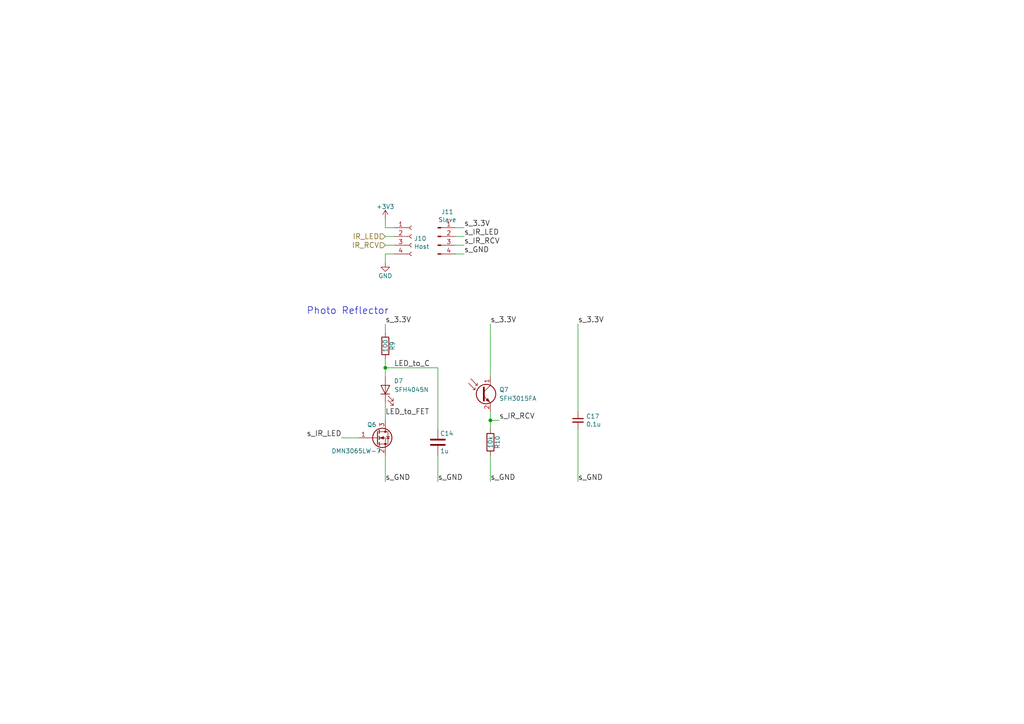
<source format=kicad_sch>
(kicad_sch (version 20230121) (generator eeschema)
  (paper "A4")
  (lib_symbols
    (symbol "KERISE-rescue:+3.3V-power-KERISE-rescue-KERISE-rescue" (power) (pin_names (offset 0))
      (property "Value" "+3.3V-power-KERISE-rescue-KERISE-rescue" (at 0 3.556 0))
      (symbol "+3.3V-power-KERISE-rescue-KERISE-rescue_0_1"
        (polyline (pts (xy -0.762 1.27) (xy 0 2.54)))
        (polyline (pts (xy 0 0) (xy 0 2.54)))
        (polyline (pts (xy 0 2.54) (xy 0.762 1.27)))
      )
      (symbol "+3.3V-power-KERISE-rescue-KERISE-rescue_1_1"
        (pin power_in line (at 0 0 90) (length 0) hide (name "+3V3") (number "1"))
      )
    )
    (symbol "KERISE-rescue:C-Device-KERISE-rescue-KERISE-rescue" (pin_numbers hide) (pin_names (offset 0.254))
      (property "Reference" "C" (at 0.635 2.54 0))
      (property "Value" "C-Device-KERISE-rescue-KERISE-rescue" (at 0.635 -2.54 0))
      (symbol "C-Device-KERISE-rescue-KERISE-rescue_0_1"
        (polyline (pts (xy -2.032 -0.762) (xy 2.032 -0.762)) (stroke (width 0.508)))
        (polyline (pts (xy -2.032 0.762) (xy 2.032 0.762)) (stroke (width 0.508)))
      )
      (symbol "C-Device-KERISE-rescue-KERISE-rescue_1_1"
        (pin passive line (at 0 3.81 270) (length 2.794) (name "~") (number "1"))
        (pin passive line (at 0 -3.81 90) (length 2.794) (name "~") (number "2"))
      )
    )
    (symbol "KERISE-rescue:C_Small-Device-KERISE-rescue-KERISE-rescue" (pin_numbers hide) (pin_names (offset 0.254) hide)
      (property "Reference" "C" (at 0.254 1.778 0))
      (property "Value" "C_Small-Device-KERISE-rescue-KERISE-rescue" (at 0.254 -2.032 0))
      (symbol "C_Small-Device-KERISE-rescue-KERISE-rescue_0_1"
        (polyline (pts (xy -1.524 -0.508) (xy 1.524 -0.508)) (stroke (width 0.3302)))
        (polyline (pts (xy -1.524 0.508) (xy 1.524 0.508)) (stroke (width 0.3048)))
      )
      (symbol "C_Small-Device-KERISE-rescue-KERISE-rescue_1_1"
        (pin passive line (at 0 2.54 270) (length 2.032) (name "~") (number "1"))
        (pin passive line (at 0 -2.54 90) (length 2.032) (name "~") (number "2"))
      )
    )
    (symbol "KERISE-rescue:Conn_01x04_Female-Connector-KERISE-rescue-KERISE-rescue" (pin_names (offset 1.016) hide)
      (property "Reference" "J" (at 0 5.08 0))
      (property "Value" "Conn_01x04_Female-Connector-KERISE-rescue-KERISE-rescue" (at 0 -7.62 0))
      (symbol "Conn_01x04_Female-Connector-KERISE-rescue-KERISE-rescue_1_1"
        (arc (start 0 -4.572) (mid -0.5058 -5.08) (end 0 -5.588) (stroke (width 0.1524)))
        (arc (start 0 -2.032) (mid -0.5058 -2.54) (end 0 -3.048) (stroke (width 0.1524)))
        (polyline (pts (xy -1.27 -5.08) (xy -0.508 -5.08)) (stroke (width 0.1524)))
        (polyline (pts (xy -1.27 -2.54) (xy -0.508 -2.54)) (stroke (width 0.1524)))
        (polyline (pts (xy -1.27 0) (xy -0.508 0)) (stroke (width 0.1524)))
        (polyline (pts (xy -1.27 2.54) (xy -0.508 2.54)) (stroke (width 0.1524)))
        (arc (start 0 0.508) (mid -0.5058 0) (end 0 -0.508) (stroke (width 0.1524)))
        (arc (start 0 3.048) (mid -0.5058 2.54) (end 0 2.032) (stroke (width 0.1524)))
        (pin passive line (at -5.08 2.54 0) (length 3.81) (name "Pin_1") (number "1"))
        (pin passive line (at -5.08 0 0) (length 3.81) (name "Pin_2") (number "2"))
        (pin passive line (at -5.08 -2.54 0) (length 3.81) (name "Pin_3") (number "3"))
        (pin passive line (at -5.08 -5.08 0) (length 3.81) (name "Pin_4") (number "4"))
      )
    )
    (symbol "KERISE-rescue:Conn_01x04_Male-Connector-KERISE-rescue-KERISE-rescue" (pin_names (offset 1.016) hide)
      (property "Reference" "J" (at 0 5.08 0))
      (property "Value" "Conn_01x04_Male-Connector-KERISE-rescue-KERISE-rescue" (at 0 -7.62 0))
      (symbol "Conn_01x04_Male-Connector-KERISE-rescue-KERISE-rescue_1_1"
        (polyline (pts (xy 1.27 -5.08) (xy 0.8636 -5.08)) (stroke (width 0.1524)))
        (polyline (pts (xy 1.27 -2.54) (xy 0.8636 -2.54)) (stroke (width 0.1524)))
        (polyline (pts (xy 1.27 0) (xy 0.8636 0)) (stroke (width 0.1524)))
        (polyline (pts (xy 1.27 2.54) (xy 0.8636 2.54)) (stroke (width 0.1524)))
        (rectangle (start 0.8636 -4.953) (end 0 -5.207) (stroke (width 0.1524)) (fill (type outline)))
        (rectangle (start 0.8636 -2.413) (end 0 -2.667) (stroke (width 0.1524)) (fill (type outline)))
        (rectangle (start 0.8636 0.127) (end 0 -0.127) (stroke (width 0.1524)) (fill (type outline)))
        (rectangle (start 0.8636 2.667) (end 0 2.413) (stroke (width 0.1524)) (fill (type outline)))
        (pin passive line (at 5.08 2.54 180) (length 3.81) (name "Pin_1") (number "1"))
        (pin passive line (at 5.08 0 180) (length 3.81) (name "Pin_2") (number "2"))
        (pin passive line (at 5.08 -2.54 180) (length 3.81) (name "Pin_3") (number "3"))
        (pin passive line (at 5.08 -5.08 180) (length 3.81) (name "Pin_4") (number "4"))
      )
    )
    (symbol "KERISE-rescue:GND-power-KERISE-rescue-KERISE-rescue" (power) (pin_names (offset 0))
      (property "Value" "GND-power-KERISE-rescue-KERISE-rescue" (at 0 -3.81 0))
      (symbol "GND-power-KERISE-rescue-KERISE-rescue_0_1"
        (polyline (pts (xy 0 0) (xy 0 -1.27) (xy 1.27 -1.27) (xy 0 -2.54) (xy -1.27 -1.27) (xy 0 -1.27)))
      )
      (symbol "GND-power-KERISE-rescue-KERISE-rescue_1_1"
        (pin power_in line (at 0 0 270) (length 0) hide (name "GND") (number "1"))
      )
    )
    (symbol "KERISE-rescue:LED-Device-KERISE-rescue-KERISE-rescue" (pin_numbers hide) (pin_names (offset 1.016) hide)
      (property "Reference" "D" (at 0 2.54 0))
      (property "Value" "LED-Device-KERISE-rescue-KERISE-rescue" (at 0 -2.54 0))
      (symbol "LED-Device-KERISE-rescue-KERISE-rescue_0_1"
        (polyline (pts (xy -1.27 -1.27) (xy -1.27 1.27)) (stroke (width 0.2032)))
        (polyline (pts (xy -1.27 0) (xy 1.27 0)))
        (polyline (pts (xy 1.27 -1.27) (xy 1.27 1.27) (xy -1.27 0) (xy 1.27 -1.27)) (stroke (width 0.2032)))
        (polyline (pts (xy -3.048 -0.762) (xy -4.572 -2.286) (xy -3.81 -2.286) (xy -4.572 -2.286) (xy -4.572 -1.524)))
        (polyline (pts (xy -1.778 -0.762) (xy -3.302 -2.286) (xy -2.54 -2.286) (xy -3.302 -2.286) (xy -3.302 -1.524)))
      )
      (symbol "LED-Device-KERISE-rescue-KERISE-rescue_1_1"
        (pin passive line (at -3.81 0 0) (length 2.54) (name "K") (number "1"))
        (pin passive line (at 3.81 0 180) (length 2.54) (name "A") (number "2"))
      )
    )
    (symbol "KERISE-rescue:Q_NMOS_GSD-Device-KERISE-rescue-KERISE-rescue" (pin_names (offset 0) hide)
      (property "Reference" "Q" (at 5.08 1.27 0))
      (property "Value" "Q_NMOS_GSD-Device-KERISE-rescue-KERISE-rescue" (at 5.08 -1.27 0))
      (symbol "Q_NMOS_GSD-Device-KERISE-rescue-KERISE-rescue_0_1"
        (polyline (pts (xy 0.254 0) (xy -2.54 0)))
        (polyline (pts (xy 0.254 1.905) (xy 0.254 -1.905)) (stroke (width 0.254)))
        (polyline (pts (xy 0.762 -1.27) (xy 0.762 -2.286)) (stroke (width 0.254)))
        (polyline (pts (xy 0.762 0.508) (xy 0.762 -0.508)) (stroke (width 0.254)))
        (polyline (pts (xy 0.762 2.286) (xy 0.762 1.27)) (stroke (width 0.254)))
        (polyline (pts (xy 2.54 2.54) (xy 2.54 1.778)))
        (polyline (pts (xy 2.54 -2.54) (xy 2.54 0) (xy 0.762 0)))
        (polyline (pts (xy 0.762 -1.778) (xy 3.302 -1.778) (xy 3.302 1.778) (xy 0.762 1.778)))
        (polyline (pts (xy 1.016 0) (xy 2.032 0.381) (xy 2.032 -0.381) (xy 1.016 0)) (fill (type outline)))
        (polyline (pts (xy 2.794 0.508) (xy 2.921 0.381) (xy 3.683 0.381) (xy 3.81 0.254)))
        (polyline (pts (xy 3.302 0.381) (xy 2.921 -0.254) (xy 3.683 -0.254) (xy 3.302 0.381)))
        (circle (center 1.651 0) (radius 2.794) (stroke (width 0.254)))
        (circle (center 2.54 -1.778) (radius 0.254) (fill (type outline)))
        (circle (center 2.54 1.778) (radius 0.254) (fill (type outline)))
      )
      (symbol "Q_NMOS_GSD-Device-KERISE-rescue-KERISE-rescue_1_1"
        (pin input line (at -5.08 0 0) (length 2.54) (name "G") (number "1"))
        (pin passive line (at 2.54 -5.08 90) (length 2.54) (name "S") (number "2"))
        (pin passive line (at 2.54 5.08 270) (length 2.54) (name "D") (number "3"))
      )
    )
    (symbol "KERISE-rescue:Q_Photo_NPN-Device-KERISE-rescue-KERISE-rescue" (pin_names (offset 0) hide)
      (property "Reference" "Q" (at 5.08 1.27 0))
      (property "Value" "Q_Photo_NPN-Device-KERISE-rescue-KERISE-rescue" (at 5.08 -1.27 0))
      (symbol "Q_Photo_NPN-Device-KERISE-rescue-KERISE-rescue_0_1"
        (polyline (pts (xy -1.905 1.27) (xy -2.54 1.27)))
        (polyline (pts (xy -1.27 2.54) (xy -1.905 2.54)))
        (polyline (pts (xy 0.635 0.635) (xy 2.54 2.54)))
        (polyline (pts (xy -3.81 3.175) (xy -1.905 1.27) (xy -1.905 1.905)))
        (polyline (pts (xy -3.175 4.445) (xy -1.27 2.54) (xy -1.27 3.175)))
        (polyline (pts (xy 0.635 -0.635) (xy 2.54 -2.54) (xy 2.54 -2.54)))
        (polyline (pts (xy 0.635 1.905) (xy 0.635 -1.905) (xy 0.635 -1.905)) (stroke (width 0.508)))
        (polyline (pts (xy 1.27 -1.778) (xy 1.778 -1.27) (xy 2.286 -2.286) (xy 1.27 -1.778) (xy 1.27 -1.778)) (fill (type outline)))
        (circle (center 1.27 0) (radius 2.8194) (stroke (width 0.254)))
      )
      (symbol "Q_Photo_NPN-Device-KERISE-rescue-KERISE-rescue_1_1"
        (pin passive line (at 2.54 5.08 270) (length 2.54) (name "C") (number "1"))
        (pin passive line (at 2.54 -5.08 90) (length 2.54) (name "E") (number "2"))
      )
    )
    (symbol "KERISE-rescue:R-Device-KERISE-rescue-KERISE-rescue" (pin_numbers hide) (pin_names (offset 0))
      (property "Reference" "R" (at 2.032 0 90))
      (property "Value" "R-Device-KERISE-rescue-KERISE-rescue" (at 0 0 90))
      (symbol "R-Device-KERISE-rescue-KERISE-rescue_0_1"
        (rectangle (start -1.016 -2.54) (end 1.016 2.54) (stroke (width 0.254)))
      )
      (symbol "R-Device-KERISE-rescue-KERISE-rescue_1_1"
        (pin passive line (at 0 3.81 270) (length 1.27) (name "~") (number "1"))
        (pin passive line (at 0 -3.81 90) (length 1.27) (name "~") (number "2"))
      )
    )
  )
  (junction (at 111.76 106.68))
  (junction (at 142.24 121.92))
  (wire (pts (xy 111.76 106.68) (xy 111.76 104.14)))
  (wire (pts (xy 142.24 93.98) (xy 142.24 109.22)))
  (wire (pts (xy 132.08 68.58) (xy 134.62 68.58)))
  (wire (pts (xy 111.76 106.68) (xy 127 106.68)))
  (wire (pts (xy 111.76 63.5) (xy 111.76 66.04)))
  (wire (pts (xy 111.76 132.08) (xy 111.76 139.7)))
  (wire (pts (xy 142.24 124.46) (xy 142.24 121.92)))
  (wire (pts (xy 142.24 132.08) (xy 142.24 139.7)))
  (wire (pts (xy 167.64 139.7) (xy 167.64 124.46)))
  (wire (pts (xy 111.76 73.66) (xy 111.76 76.2)))
  (wire (pts (xy 134.62 66.04) (xy 132.08 66.04)))
  (wire (pts (xy 114.3 68.58) (xy 111.76 68.58)))
  (wire (pts (xy 111.76 96.52) (xy 111.76 93.98)))
  (wire (pts (xy 111.76 66.04) (xy 114.3 66.04)))
  (wire (pts (xy 127 139.7) (xy 127 132.08)))
  (wire (pts (xy 134.62 71.12) (xy 132.08 71.12)))
  (wire (pts (xy 114.3 71.12) (xy 111.76 71.12)))
  (wire (pts (xy 114.3 73.66) (xy 111.76 73.66)))
  (wire (pts (xy 144.78 121.92) (xy 142.24 121.92)))
  (wire (pts (xy 111.76 109.22) (xy 111.76 106.68)))
  (wire (pts (xy 127 106.68) (xy 127 124.46)))
  (wire (pts (xy 142.24 121.92) (xy 142.24 119.38)))
  (wire (pts (xy 134.62 73.66) (xy 132.08 73.66)))
  (wire (pts (xy 167.64 93.98) (xy 167.64 119.38)))
  (wire (pts (xy 99.06 127) (xy 104.14 127)))
  (wire (pts (xy 111.76 121.92) (xy 111.76 116.84)))
  (text "Photo Reflector" (at 88.9 91.44 0) (effects (font (size 2.0066 2.0066)) (justify left bottom)))
  (label "s_GND" (at 134.62 73.66 0) (effects (font (size 1.524 1.524))))
  (label "s_GND" (at 127 139.7 0) (effects (font (size 1.524 1.524))))
  (label "s_3.3V" (at 134.62 66.04 0) (effects (font (size 1.524 1.524))))
  (label "s_3.3V" (at 167.64 93.98 0) (effects (font (size 1.524 1.524))))
  (label "LED_to_C" (at 114.3 106.68 0) (effects (font (size 1.524 1.524))))
  (label "s_IR_RCV" (at 144.78 121.92 0) (effects (font (size 1.524 1.524))))
  (label "s_GND" (at 111.76 139.7 0) (effects (font (size 1.524 1.524))))
  (label "s_IR_LED" (at 134.62 68.58 0) (effects (font (size 1.524 1.524))))
  (label "s_IR_RCV" (at 134.62 71.12 0) (effects (font (size 1.524 1.524))))
  (label "s_IR_LED" (at 99.06 127 180) (effects (font (size 1.524 1.524))))
  (label "s_3.3V" (at 142.24 93.98 0) (effects (font (size 1.524 1.524))))
  (label "s_GND" (at 167.64 139.7 0) (effects (font (size 1.524 1.524))))
  (label "s_3.3V" (at 111.76 93.98 0) (effects (font (size 1.524 1.524))))
  (label "LED_to_FET" (at 111.76 120.65 0) (effects (font (size 1.524 1.524))))
  (label "s_GND" (at 142.24 139.7 0) (effects (font (size 1.524 1.524))))
  (hierarchical_label "IR_LED" (shape input) (at 111.76 68.58 180) (effects (font (size 1.524 1.524))))
  (hierarchical_label "IR_RCV" (shape input) (at 111.76 71.12 180) (effects (font (size 1.524 1.524))))
  (symbol (lib_id "KERISE-rescue:Q_NMOS_GSD-Device-KERISE-rescue-KERISE-rescue") (at 109.22 127 0) (unit 1)
    (property "Reference" "Q6" (at 109.22 123.19 0) (effects (justify right)))
    (property "Value" "DMN3065LW-7" (at 110.49 130.81 0) (effects (justify right)))
    (property "Footprint" "mouse:SOT-323_SC-70" (effects hide))
    (instances (project "KERISE" (path "" (reference "Q6") (unit 1)) (path "" (reference "Q2") (unit 1)) (path "" (reference "Q8") (unit 1)) (path "" (reference "Q?") (unit 1)) (path "" (reference "Q4") (unit 1))))
  )
  (symbol (lib_id "KERISE-rescue:R-Device-KERISE-rescue-KERISE-rescue") (at 111.76 100.33 0) (unit 1)
    (property "Reference" "R9" (at 113.792 100.33 90))
    (property "Value" "100" (at 111.76 100.33 90))
    (property "Footprint" "Resistor_SMD:R_0603_1608Metric" (effects hide))
    (instances (project "KERISE" (path "" (reference "R9") (unit 1)) (path "" (reference "R5") (unit 1)) (path "" (reference "R11") (unit 1)) (path "" (reference "R?") (unit 1)) (path "" (reference "R7") (unit 1))))
  )
  (symbol (lib_id "KERISE-rescue:R-Device-KERISE-rescue-KERISE-rescue") (at 142.24 128.27 0) (unit 1)
    (property "Reference" "R10" (at 144.272 128.27 90))
    (property "Value" "10k" (at 142.24 128.27 90))
    (property "Footprint" "Resistor_SMD:R_0201_0603Metric" (effects hide))
    (instances (project "KERISE" (path "" (reference "R10") (unit 1)) (path "" (reference "R6") (unit 1)) (path "" (reference "R12") (unit 1)) (path "" (reference "R?") (unit 1)) (path "" (reference "R8") (unit 1))))
  )
  (symbol (lib_id "KERISE-rescue:GND-power-KERISE-rescue-KERISE-rescue") (at 111.76 76.2 0) (unit 1)
    (property "Reference" "#PWR034" (effects hide))
    (property "Value" "GND" (at 111.76 80.01 0))
    (instances (project "KERISE" (path "" (reference "#PWR034") (unit 1)) (path "" (reference "#PWR025") (unit 1)) (path "" (reference "#PWR036") (unit 1)) (path "" (reference "#PWR?") (unit 1)) (path "" (reference "#PWR027") (unit 1))))
  )
  (symbol (lib_id "KERISE-rescue:LED-Device-KERISE-rescue-KERISE-rescue") (at 111.76 113.03 90) (unit 1)
    (property "Reference" "D7" (at 115.57 110.49 90))
    (property "Value" "SFH4045N" (at 119.38 113.03 90))
    (property "Footprint" "mouse:SFH4045N_L" (effects hide))
    (instances (project "KERISE" (path "" (reference "D7") (unit 1)) (path "" (reference "D5") (unit 1)) (path "" (reference "D8") (unit 1)) (path "" (reference "D?") (unit 1)) (path "" (reference "D6") (unit 1))))
  )
  (symbol (lib_id "KERISE-rescue:+3.3V-power-KERISE-rescue-KERISE-rescue") (at 111.76 63.5 0) (unit 1)
    (property "Reference" "#PWR033" (effects hide))
    (property "Value" "+3.3V" (at 111.76 59.944 0))
    (instances (project "KERISE" (path "" (reference "#PWR033") (unit 1)) (path "" (reference "#PWR024") (unit 1)) (path "" (reference "#PWR035") (unit 1)) (path "" (reference "#PWR?") (unit 1)) (path "" (reference "#PWR026") (unit 1))))
  )
  (symbol (lib_id "KERISE-rescue:C-Device-KERISE-rescue-KERISE-rescue") (at 127 128.27 0) (unit 1)
    (property "Reference" "C14" (at 127.635 125.73 0) (effects (justify left)))
    (property "Value" "1u" (at 127.635 130.81 0) (effects (justify left)))
    (property "Footprint" "Capacitor_SMD:C_0402_1005Metric" (effects hide))
    (instances (project "KERISE" (path "" (reference "C14") (unit 1)) (path "" (reference "C8") (unit 1)) (path "" (reference "C16") (unit 1)) (path "" (reference "C?") (unit 1)) (path "" (reference "C10") (unit 1))))
  )
  (symbol (lib_id "KERISE-rescue:Q_Photo_NPN-Device-KERISE-rescue-KERISE-rescue") (at 139.7 114.3 0) (unit 1)
    (property "Reference" "Q7" (at 144.78 113.03 0) (effects (justify left)))
    (property "Value" "SFH3015FA" (at 144.78 115.57 0) (effects (justify left)))
    (property "Footprint" "mouse:SFH3015FA_L" (effects hide))
    (instances (project "KERISE" (path "" (reference "Q7") (unit 1)) (path "" (reference "Q3") (unit 1)) (path "" (reference "Q9") (unit 1)) (path "" (reference "Q?") (unit 1)) (path "" (reference "Q5") (unit 1))))
  )
  (symbol (lib_id "KERISE-rescue:C_Small-Device-KERISE-rescue-KERISE-rescue") (at 167.64 121.92 0) (unit 1)
    (property "Reference" "C17" (at 169.9768 120.7516 0) (effects (justify left)))
    (property "Value" "0.1u" (at 169.9768 123.063 0) (effects (justify left)))
    (property "Footprint" "Capacitor_SMD:C_0201_0603Metric" (effects hide))
    (instances (project "KERISE" (path "" (reference "C17") (unit 1)) (path "" (reference "C9") (unit 1)) (path "" (reference "C15") (unit 1)) (path "" (reference "C?") (unit 1)) (path "" (reference "C11") (unit 1))))
  )
  (symbol (lib_id "KERISE-rescue:Conn_01x04_Female-Connector-KERISE-rescue-KERISE-rescue") (at 119.38 68.58 0) (unit 1)
    (property "Reference" "J10" (at 120.0912 69.1896 0) (effects (justify left)))
    (property "Value" "Host" (at 120.0912 71.501 0) (effects (justify left)))
    (property "Footprint" "mouse:IR_HOST_V_04" (effects hide))
    (instances (project "KERISE" (path "" (reference "J10") (unit 1)) (path "" (reference "J1") (unit 1)) (path "" (reference "J12") (unit 1)) (path "" (reference "J?") (unit 1)) (path "" (reference "J3") (unit 1))))
  )
  (symbol (lib_id "KERISE-rescue:Conn_01x04_Male-Connector-KERISE-rescue-KERISE-rescue") (at 127 68.58 0) (unit 1)
    (property "Reference" "J11" (at 129.7432 61.4426 0))
    (property "Value" "Slave" (at 129.7432 63.754 0))
    (property "Footprint" "mouse:IR_SLAVE_V_04" (effects hide))
    (instances (project "KERISE" (path "" (reference "J11") (unit 1)) (path "" (reference "J2") (unit 1)) (path "" (reference "J13") (unit 1)) (path "" (reference "J?") (unit 1)) (path "" (reference "J4") (unit 1))))
  )
)
</source>
